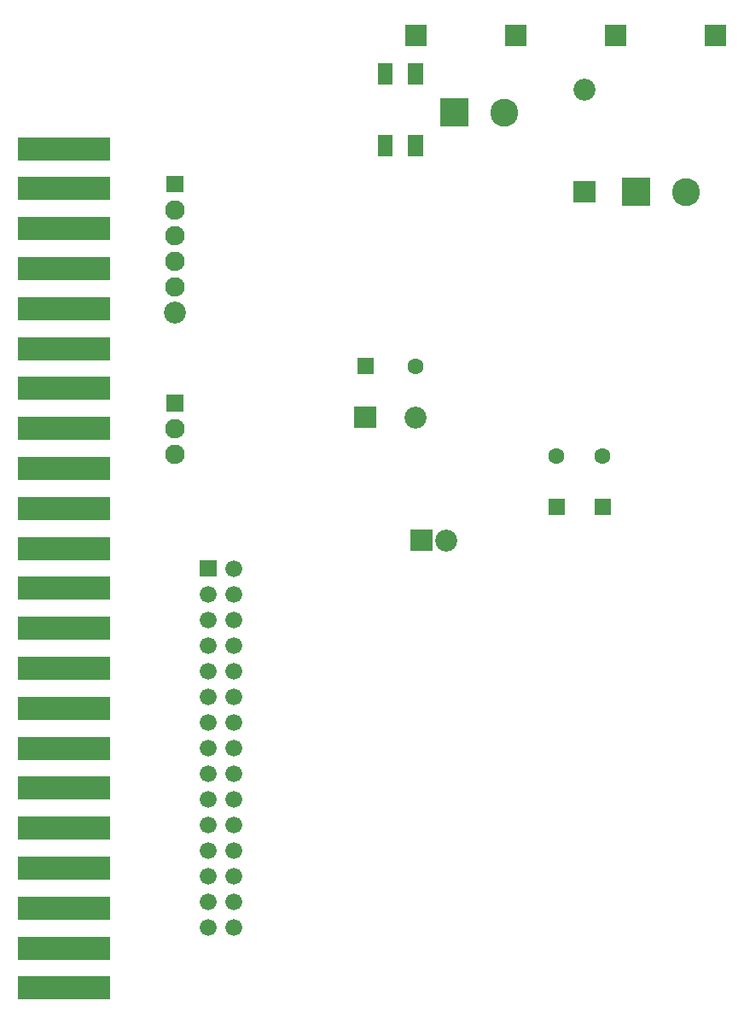
<source format=gbs>
G04 start of page 2 for group 11 layer_idx 11 *
G04 Title: (unknown), bottom_mask *
G04 Creator: pcb-rnd 2.3.2 *
G04 CreationDate: 2021-07-12 19:07:33 UTC *
G04 For:  *
G04 Format: Gerber/RS-274X *
G04 PCB-Dimensions: 1000000 1000000 *
G04 PCB-Coordinate-Origin: lower left *
%MOIN*%
%FSLAX25Y25*%
%LNBOTTOM_MASK_NONE_11*%
%ADD99C,0.0660*%
%ADD98C,0.0760*%
%ADD97C,0.0630*%
%ADD96C,0.0860*%
%ADD95C,0.1090*%
%ADD94C,0.0001*%
G54D94*G36*
X262500Y914500D02*Y903500D01*
X273500D01*
Y914500D01*
X262500D01*
G37*
G36*
X243954Y900040D02*X238236D01*
Y891960D01*
X243954D01*
Y900040D01*
G37*
G36*
X255764D02*X250046D01*
Y891960D01*
X255764D01*
Y900040D01*
G37*
G36*
X243954Y928040D02*X238236D01*
Y919960D01*
X243954D01*
Y928040D01*
G37*
G36*
X255764D02*X250046D01*
Y919960D01*
X255764D01*
Y928040D01*
G37*
G36*
X257253Y934763D02*Y943237D01*
X248779D01*
Y934763D01*
X257253D01*
G37*
G36*
X296253D02*Y943237D01*
X287779D01*
Y934763D01*
X296253D01*
G37*
G54D95*X287685Y909000D03*
G54D94*G36*
X335253Y934763D02*Y943237D01*
X326779D01*
Y934763D01*
X335253D01*
G37*
G54D96*X319000Y918000D03*
G54D94*G36*
X333500Y883500D02*Y872500D01*
X344500D01*
Y883500D01*
X333500D01*
G37*
G54D95*X358685Y878000D03*
G54D94*G36*
X314700Y873700D02*Y882300D01*
X323300D01*
Y873700D01*
X314700D01*
G37*
G36*
X374253Y934763D02*Y943237D01*
X365779D01*
Y934763D01*
X374253D01*
G37*
G36*
X230161Y813154D02*Y806846D01*
X236469D01*
Y813154D01*
X230161D01*
G37*
G54D97*X253000Y810000D03*
G54D94*G36*
X229000Y794300D02*X237600D01*
Y785700D01*
X229000D01*
Y794300D01*
G37*
G54D96*X253000Y790000D03*
G54D94*G36*
X250857Y746300D02*X259457D01*
Y737700D01*
X250857D01*
Y746300D01*
G37*
G54D96*X265000Y742000D03*
G54D97*X308000Y774843D03*
G54D94*G36*
X304846Y752003D02*X311154D01*
Y758312D01*
X304846D01*
Y752003D01*
G37*
G36*
X322846D02*X329154D01*
Y758312D01*
X322846D01*
Y752003D01*
G37*
G54D97*X326000Y774843D03*
G54D94*G36*
X133500Y890300D02*Y899300D01*
X97500D01*
Y890300D01*
X133500D01*
G37*
G36*
Y874700D02*Y883700D01*
X97500D01*
Y874700D01*
X133500D01*
G37*
G36*
X162300Y884300D02*Y877700D01*
X155700D01*
Y884300D01*
X162300D01*
G37*
G54D98*X159000Y871000D03*
G54D94*G36*
X133500Y859100D02*Y868100D01*
X97500D01*
Y859100D01*
X133500D01*
G37*
G36*
X162300Y798800D02*Y792200D01*
X155700D01*
Y798800D01*
X162300D01*
G37*
G54D98*X159000Y861000D03*
Y851000D03*
Y841000D03*
G54D94*G36*
X175300Y734300D02*Y727700D01*
X168700D01*
Y734300D01*
X175300D01*
G37*
G54D98*X159000Y785500D03*
Y775500D03*
G54D96*Y831000D03*
G54D99*X182000Y731000D03*
X172000Y721000D03*
X182000D03*
X172000Y711000D03*
X182000D03*
X172000Y701000D03*
X182000D03*
X172000Y691000D03*
Y681000D03*
Y671000D03*
Y661000D03*
Y651000D03*
Y641000D03*
Y631000D03*
Y621000D03*
Y611000D03*
Y601000D03*
Y591000D03*
X182000Y691000D03*
Y681000D03*
Y671000D03*
Y661000D03*
Y651000D03*
Y641000D03*
Y631000D03*
Y621000D03*
Y611000D03*
Y601000D03*
Y591000D03*
G54D94*G36*
X133500Y843500D02*Y852500D01*
X97500D01*
Y843500D01*
X133500D01*
G37*
G36*
Y827900D02*Y836900D01*
X97500D01*
Y827900D01*
X133500D01*
G37*
G36*
Y812300D02*Y821300D01*
X97500D01*
Y812300D01*
X133500D01*
G37*
G36*
Y796700D02*Y805700D01*
X97500D01*
Y796700D01*
X133500D01*
G37*
G36*
Y781100D02*Y790100D01*
X97500D01*
Y781100D01*
X133500D01*
G37*
G36*
Y765500D02*Y774500D01*
X97500D01*
Y765500D01*
X133500D01*
G37*
G36*
Y749900D02*Y758900D01*
X97500D01*
Y749900D01*
X133500D01*
G37*
G36*
Y734300D02*Y743300D01*
X97500D01*
Y734300D01*
X133500D01*
G37*
G36*
Y718700D02*Y727700D01*
X97500D01*
Y718700D01*
X133500D01*
G37*
G36*
Y703100D02*Y712100D01*
X97500D01*
Y703100D01*
X133500D01*
G37*
G36*
Y687500D02*Y696500D01*
X97500D01*
Y687500D01*
X133500D01*
G37*
G36*
Y671900D02*Y680900D01*
X97500D01*
Y671900D01*
X133500D01*
G37*
G36*
Y656300D02*Y665300D01*
X97500D01*
Y656300D01*
X133500D01*
G37*
G36*
Y640700D02*Y649700D01*
X97500D01*
Y640700D01*
X133500D01*
G37*
G36*
Y625100D02*Y634100D01*
X97500D01*
Y625100D01*
X133500D01*
G37*
G36*
Y609500D02*Y618500D01*
X97500D01*
Y609500D01*
X133500D01*
G37*
G36*
Y593900D02*Y602900D01*
X97500D01*
Y593900D01*
X133500D01*
G37*
G36*
Y578300D02*Y587300D01*
X97500D01*
Y578300D01*
X133500D01*
G37*
G36*
Y562700D02*Y571700D01*
X97500D01*
Y562700D01*
X133500D01*
G37*
M02*

</source>
